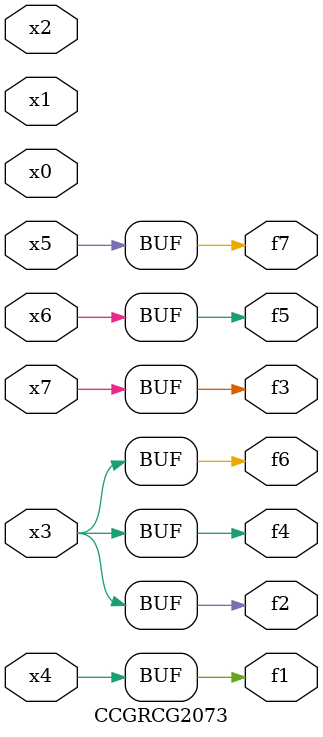
<source format=v>
module CCGRCG2073(
	input x0, x1, x2, x3, x4, x5, x6, x7,
	output f1, f2, f3, f4, f5, f6, f7
);
	assign f1 = x4;
	assign f2 = x3;
	assign f3 = x7;
	assign f4 = x3;
	assign f5 = x6;
	assign f6 = x3;
	assign f7 = x5;
endmodule

</source>
